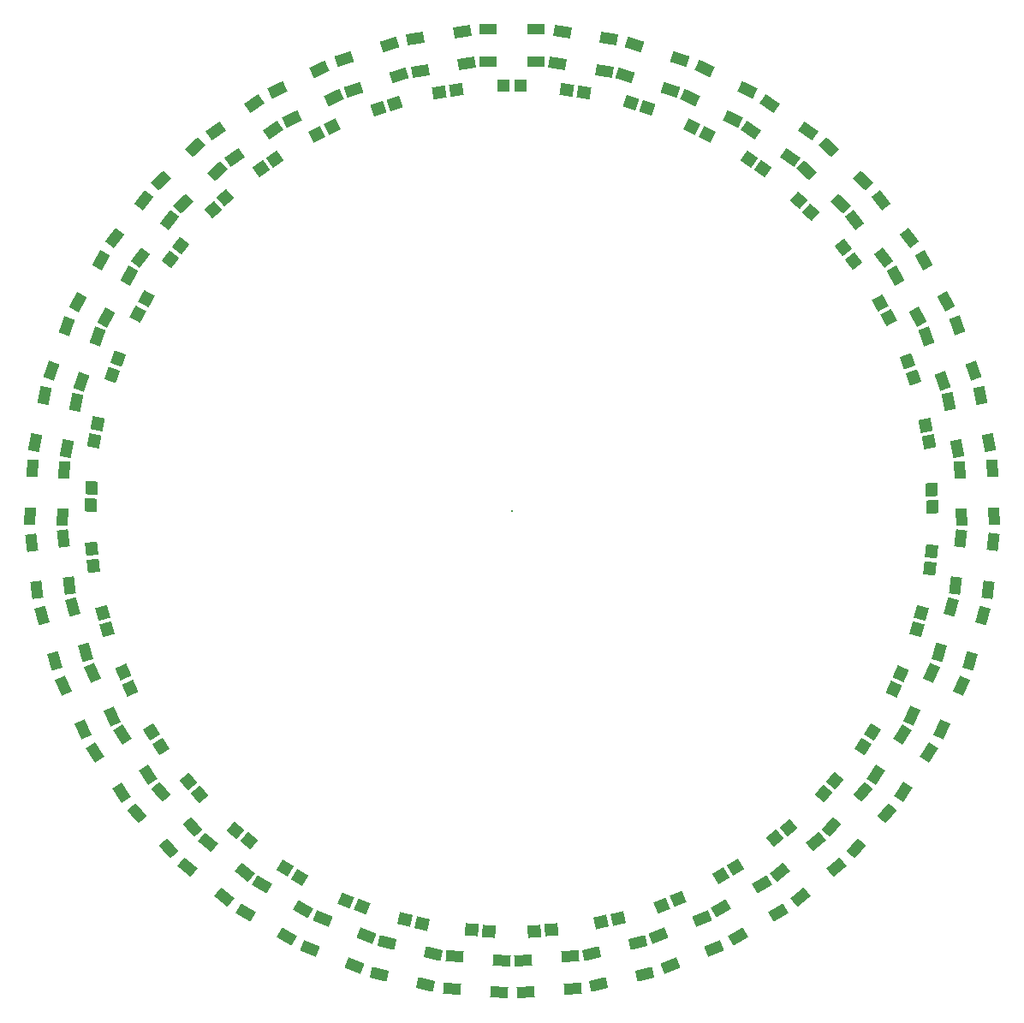
<source format=gts>
G04*
G04 #@! TF.GenerationSoftware,Altium Limited,Altium Designer,20.1.12 (249)*
G04*
G04 Layer_Color=8388736*
%FSLAX25Y25*%
%MOIN*%
G70*
G04*
G04 #@! TF.SameCoordinates,7C2EAEED-1B34-4CDB-9279-0DCC4619808E*
G04*
G04*
G04 #@! TF.FilePolarity,Negative*
G04*
G01*
G75*
G04:AMPARAMS|DCode=94|XSize=67.06mil|YSize=43.43mil|CornerRadius=0mil|HoleSize=0mil|Usage=FLASHONLY|Rotation=105.380|XOffset=0mil|YOffset=0mil|HoleType=Round|Shape=Rectangle|*
%AMROTATEDRECTD94*
4,1,4,0.02983,-0.02657,-0.01205,-0.03809,-0.02983,0.02657,0.01205,0.03809,0.02983,-0.02657,0.0*
%
%ADD94ROTATEDRECTD94*%

%ADD95R,0.06706X0.04343*%
G04:AMPARAMS|DCode=96|XSize=51.31mil|YSize=47.37mil|CornerRadius=0mil|HoleSize=0mil|Usage=FLASHONLY|Rotation=61.480|XOffset=0mil|YOffset=0mil|HoleType=Round|Shape=Rectangle|*
%AMROTATEDRECTD96*
4,1,4,0.00856,-0.03385,-0.03306,-0.01123,-0.00856,0.03385,0.03306,0.01123,0.00856,-0.03385,0.0*
%
%ADD96ROTATEDRECTD96*%

G04:AMPARAMS|DCode=97|XSize=51.31mil|YSize=47.37mil|CornerRadius=0mil|HoleSize=0mil|Usage=FLASHONLY|Rotation=70.260|XOffset=0mil|YOffset=0mil|HoleType=Round|Shape=Rectangle|*
%AMROTATEDRECTD97*
4,1,4,0.01363,-0.03215,-0.03096,-0.01615,-0.01363,0.03215,0.03096,0.01615,0.01363,-0.03215,0.0*
%
%ADD97ROTATEDRECTD97*%

G04:AMPARAMS|DCode=98|XSize=51.31mil|YSize=47.37mil|CornerRadius=0mil|HoleSize=0mil|Usage=FLASHONLY|Rotation=79.040|XOffset=0mil|YOffset=0mil|HoleType=Round|Shape=Rectangle|*
%AMROTATEDRECTD98*
4,1,4,0.01838,-0.02969,-0.02813,-0.02068,-0.01838,0.02969,0.02813,0.02068,0.01838,-0.02969,0.0*
%
%ADD98ROTATEDRECTD98*%

G04:AMPARAMS|DCode=99|XSize=51.31mil|YSize=47.37mil|CornerRadius=0mil|HoleSize=0mil|Usage=FLASHONLY|Rotation=87.820|XOffset=0mil|YOffset=0mil|HoleType=Round|Shape=Rectangle|*
%AMROTATEDRECTD99*
4,1,4,0.02269,-0.02654,-0.02464,-0.02473,-0.02269,0.02654,0.02464,0.02473,0.02269,-0.02654,0.0*
%
%ADD99ROTATEDRECTD99*%

G04:AMPARAMS|DCode=100|XSize=51.31mil|YSize=47.37mil|CornerRadius=0mil|HoleSize=0mil|Usage=FLASHONLY|Rotation=96.600|XOffset=0mil|YOffset=0mil|HoleType=Round|Shape=Rectangle|*
%AMROTATEDRECTD100*
4,1,4,0.02648,-0.02276,-0.02058,-0.02821,-0.02648,0.02276,0.02058,0.02821,0.02648,-0.02276,0.0*
%
%ADD100ROTATEDRECTD100*%

G04:AMPARAMS|DCode=101|XSize=67.06mil|YSize=43.43mil|CornerRadius=0mil|HoleSize=0mil|Usage=FLASHONLY|Rotation=61.480|XOffset=0mil|YOffset=0mil|HoleType=Round|Shape=Rectangle|*
%AMROTATEDRECTD101*
4,1,4,0.00307,-0.03983,-0.03509,-0.01909,-0.00307,0.03983,0.03509,0.01909,0.00307,-0.03983,0.0*
%
%ADD101ROTATEDRECTD101*%

G04:AMPARAMS|DCode=102|XSize=67.06mil|YSize=43.43mil|CornerRadius=0mil|HoleSize=0mil|Usage=FLASHONLY|Rotation=70.260|XOffset=0mil|YOffset=0mil|HoleType=Round|Shape=Rectangle|*
%AMROTATEDRECTD102*
4,1,4,0.00912,-0.03889,-0.03177,-0.02422,-0.00912,0.03889,0.03177,0.02422,0.00912,-0.03889,0.0*
%
%ADD102ROTATEDRECTD102*%

G04:AMPARAMS|DCode=103|XSize=67.06mil|YSize=43.43mil|CornerRadius=0mil|HoleSize=0mil|Usage=FLASHONLY|Rotation=79.040|XOffset=0mil|YOffset=0mil|HoleType=Round|Shape=Rectangle|*
%AMROTATEDRECTD103*
4,1,4,0.01495,-0.03705,-0.02770,-0.02879,-0.01495,0.03705,0.02770,0.02879,0.01495,-0.03705,0.0*
%
%ADD103ROTATEDRECTD103*%

G04:AMPARAMS|DCode=104|XSize=67.06mil|YSize=43.43mil|CornerRadius=0mil|HoleSize=0mil|Usage=FLASHONLY|Rotation=87.820|XOffset=0mil|YOffset=0mil|HoleType=Round|Shape=Rectangle|*
%AMROTATEDRECTD104*
4,1,4,0.02043,-0.03433,-0.02298,-0.03268,-0.02043,0.03433,0.02298,0.03268,0.02043,-0.03433,0.0*
%
%ADD104ROTATEDRECTD104*%

G04:AMPARAMS|DCode=105|XSize=67.06mil|YSize=43.43mil|CornerRadius=0mil|HoleSize=0mil|Usage=FLASHONLY|Rotation=96.600|XOffset=0mil|YOffset=0mil|HoleType=Round|Shape=Rectangle|*
%AMROTATEDRECTD105*
4,1,4,0.02543,-0.03081,-0.01772,-0.03580,-0.02543,0.03081,0.01772,0.03580,0.02543,-0.03081,0.0*
%
%ADD105ROTATEDRECTD105*%

G04:AMPARAMS|DCode=106|XSize=51.31mil|YSize=47.37mil|CornerRadius=0mil|HoleSize=0mil|Usage=FLASHONLY|Rotation=17.580|XOffset=0mil|YOffset=0mil|HoleType=Round|Shape=Rectangle|*
%AMROTATEDRECTD106*
4,1,4,-0.01730,-0.03033,-0.03161,0.01483,0.01730,0.03033,0.03161,-0.01483,-0.01730,-0.03033,0.0*
%
%ADD106ROTATEDRECTD106*%

G04:AMPARAMS|DCode=107|XSize=51.31mil|YSize=47.37mil|CornerRadius=0mil|HoleSize=0mil|Usage=FLASHONLY|Rotation=26.360|XOffset=0mil|YOffset=0mil|HoleType=Round|Shape=Rectangle|*
%AMROTATEDRECTD107*
4,1,4,-0.01247,-0.03261,-0.03350,0.00983,0.01247,0.03261,0.03350,-0.00983,-0.01247,-0.03261,0.0*
%
%ADD107ROTATEDRECTD107*%

G04:AMPARAMS|DCode=108|XSize=51.31mil|YSize=47.37mil|CornerRadius=0mil|HoleSize=0mil|Usage=FLASHONLY|Rotation=35.140|XOffset=0mil|YOffset=0mil|HoleType=Round|Shape=Rectangle|*
%AMROTATEDRECTD108*
4,1,4,-0.00735,-0.03413,-0.03461,0.00460,0.00735,0.03413,0.03461,-0.00460,-0.00735,-0.03413,0.0*
%
%ADD108ROTATEDRECTD108*%

G04:AMPARAMS|DCode=109|XSize=51.31mil|YSize=47.37mil|CornerRadius=0mil|HoleSize=0mil|Usage=FLASHONLY|Rotation=43.920|XOffset=0mil|YOffset=0mil|HoleType=Round|Shape=Rectangle|*
%AMROTATEDRECTD109*
4,1,4,-0.00205,-0.03485,-0.03491,-0.00073,0.00205,0.03485,0.03491,0.00073,-0.00205,-0.03485,0.0*
%
%ADD109ROTATEDRECTD109*%

G04:AMPARAMS|DCode=110|XSize=51.31mil|YSize=47.37mil|CornerRadius=0mil|HoleSize=0mil|Usage=FLASHONLY|Rotation=52.700|XOffset=0mil|YOffset=0mil|HoleType=Round|Shape=Rectangle|*
%AMROTATEDRECTD110*
4,1,4,0.00330,-0.03476,-0.03439,-0.00605,-0.00330,0.03476,0.03439,0.00605,0.00330,-0.03476,0.0*
%
%ADD110ROTATEDRECTD110*%

G04:AMPARAMS|DCode=111|XSize=67.06mil|YSize=43.43mil|CornerRadius=0mil|HoleSize=0mil|Usage=FLASHONLY|Rotation=17.580|XOffset=0mil|YOffset=0mil|HoleType=Round|Shape=Rectangle|*
%AMROTATEDRECTD111*
4,1,4,-0.02540,-0.03083,-0.03852,0.01058,0.02540,0.03083,0.03852,-0.01058,-0.02540,-0.03083,0.0*
%
%ADD111ROTATEDRECTD111*%

G04:AMPARAMS|DCode=112|XSize=67.06mil|YSize=43.43mil|CornerRadius=0mil|HoleSize=0mil|Usage=FLASHONLY|Rotation=26.360|XOffset=0mil|YOffset=0mil|HoleType=Round|Shape=Rectangle|*
%AMROTATEDRECTD112*
4,1,4,-0.02040,-0.03435,-0.03968,0.00457,0.02040,0.03435,0.03968,-0.00457,-0.02040,-0.03435,0.0*
%
%ADD112ROTATEDRECTD112*%

G04:AMPARAMS|DCode=113|XSize=67.06mil|YSize=43.43mil|CornerRadius=0mil|HoleSize=0mil|Usage=FLASHONLY|Rotation=35.140|XOffset=0mil|YOffset=0mil|HoleType=Round|Shape=Rectangle|*
%AMROTATEDRECTD113*
4,1,4,-0.01492,-0.03706,-0.03992,-0.00154,0.01492,0.03706,0.03992,0.00154,-0.01492,-0.03706,0.0*
%
%ADD113ROTATEDRECTD113*%

G04:AMPARAMS|DCode=114|XSize=67.06mil|YSize=43.43mil|CornerRadius=0mil|HoleSize=0mil|Usage=FLASHONLY|Rotation=43.920|XOffset=0mil|YOffset=0mil|HoleType=Round|Shape=Rectangle|*
%AMROTATEDRECTD114*
4,1,4,-0.00909,-0.03890,-0.03921,-0.00761,0.00909,0.03890,0.03921,0.00761,-0.00909,-0.03890,0.0*
%
%ADD114ROTATEDRECTD114*%

G04:AMPARAMS|DCode=115|XSize=67.06mil|YSize=43.43mil|CornerRadius=0mil|HoleSize=0mil|Usage=FLASHONLY|Rotation=52.700|XOffset=0mil|YOffset=0mil|HoleType=Round|Shape=Rectangle|*
%AMROTATEDRECTD115*
4,1,4,-0.00304,-0.03983,-0.03759,-0.01351,0.00304,0.03983,0.03759,0.01351,-0.00304,-0.03983,0.0*
%
%ADD115ROTATEDRECTD115*%

G04:AMPARAMS|DCode=116|XSize=51.31mil|YSize=47.37mil|CornerRadius=0mil|HoleSize=0mil|Usage=FLASHONLY|Rotation=8.800|XOffset=0mil|YOffset=0mil|HoleType=Round|Shape=Rectangle|*
%AMROTATEDRECTD116*
4,1,4,-0.02173,-0.02733,-0.02898,0.01948,0.02173,0.02733,0.02898,-0.01948,-0.02173,-0.02733,0.0*
%
%ADD116ROTATEDRECTD116*%

G04:AMPARAMS|DCode=117|XSize=67.06mil|YSize=43.43mil|CornerRadius=0mil|HoleSize=0mil|Usage=FLASHONLY|Rotation=8.800|XOffset=0mil|YOffset=0mil|HoleType=Round|Shape=Rectangle|*
%AMROTATEDRECTD117*
4,1,4,-0.02981,-0.02659,-0.03646,0.01633,0.02981,0.02659,0.03646,-0.01633,-0.02981,-0.02659,0.0*
%
%ADD117ROTATEDRECTD117*%

G04:AMPARAMS|DCode=118|XSize=67.06mil|YSize=43.43mil|CornerRadius=0mil|HoleSize=0mil|Usage=FLASHONLY|Rotation=280.980|XOffset=0mil|YOffset=0mil|HoleType=Round|Shape=Rectangle|*
%AMROTATEDRECTD118*
4,1,4,-0.02770,0.02878,0.01493,0.03705,0.02770,-0.02878,-0.01493,-0.03705,-0.02770,0.02878,0.0*
%
%ADD118ROTATEDRECTD118*%

G04:AMPARAMS|DCode=119|XSize=67.06mil|YSize=43.43mil|CornerRadius=0mil|HoleSize=0mil|Usage=FLASHONLY|Rotation=272.200|XOffset=0mil|YOffset=0mil|HoleType=Round|Shape=Rectangle|*
%AMROTATEDRECTD119*
4,1,4,-0.02299,0.03267,0.02041,0.03434,0.02299,-0.03267,-0.02041,-0.03434,-0.02299,0.03267,0.0*
%
%ADD119ROTATEDRECTD119*%

G04:AMPARAMS|DCode=120|XSize=51.31mil|YSize=47.37mil|CornerRadius=0mil|HoleSize=0mil|Usage=FLASHONLY|Rotation=324.880|XOffset=0mil|YOffset=0mil|HoleType=Round|Shape=Rectangle|*
%AMROTATEDRECTD120*
4,1,4,-0.03461,-0.00462,-0.00736,0.03413,0.03461,0.00462,0.00736,-0.03413,-0.03461,-0.00462,0.0*
%
%ADD120ROTATEDRECTD120*%

G04:AMPARAMS|DCode=121|XSize=51.31mil|YSize=47.37mil|CornerRadius=0mil|HoleSize=0mil|Usage=FLASHONLY|Rotation=333.660|XOffset=0mil|YOffset=0mil|HoleType=Round|Shape=Rectangle|*
%AMROTATEDRECTD121*
4,1,4,-0.03350,-0.00984,-0.01248,0.03261,0.03350,0.00984,0.01248,-0.03261,-0.03350,-0.00984,0.0*
%
%ADD121ROTATEDRECTD121*%

G04:AMPARAMS|DCode=122|XSize=51.31mil|YSize=47.37mil|CornerRadius=0mil|HoleSize=0mil|Usage=FLASHONLY|Rotation=342.440|XOffset=0mil|YOffset=0mil|HoleType=Round|Shape=Rectangle|*
%AMROTATEDRECTD122*
4,1,4,-0.03160,-0.01484,-0.01731,0.03032,0.03160,0.01484,0.01731,-0.03032,-0.03160,-0.01484,0.0*
%
%ADD122ROTATEDRECTD122*%

G04:AMPARAMS|DCode=123|XSize=51.31mil|YSize=47.37mil|CornerRadius=0mil|HoleSize=0mil|Usage=FLASHONLY|Rotation=351.220|XOffset=0mil|YOffset=0mil|HoleType=Round|Shape=Rectangle|*
%AMROTATEDRECTD123*
4,1,4,-0.02897,-0.01949,-0.02174,0.02732,0.02897,0.01949,0.02174,-0.02732,-0.02897,-0.01949,0.0*
%
%ADD123ROTATEDRECTD123*%

%ADD124R,0.05131X0.04737*%
G04:AMPARAMS|DCode=125|XSize=67.06mil|YSize=43.43mil|CornerRadius=0mil|HoleSize=0mil|Usage=FLASHONLY|Rotation=324.880|XOffset=0mil|YOffset=0mil|HoleType=Round|Shape=Rectangle|*
%AMROTATEDRECTD125*
4,1,4,-0.03992,0.00152,-0.01493,0.03705,0.03992,-0.00152,0.01493,-0.03705,-0.03992,0.00152,0.0*
%
%ADD125ROTATEDRECTD125*%

G04:AMPARAMS|DCode=126|XSize=67.06mil|YSize=43.43mil|CornerRadius=0mil|HoleSize=0mil|Usage=FLASHONLY|Rotation=333.660|XOffset=0mil|YOffset=0mil|HoleType=Round|Shape=Rectangle|*
%AMROTATEDRECTD126*
4,1,4,-0.03968,-0.00459,-0.02041,0.03434,0.03968,0.00459,0.02041,-0.03434,-0.03968,-0.00459,0.0*
%
%ADD126ROTATEDRECTD126*%

G04:AMPARAMS|DCode=127|XSize=67.06mil|YSize=43.43mil|CornerRadius=0mil|HoleSize=0mil|Usage=FLASHONLY|Rotation=342.440|XOffset=0mil|YOffset=0mil|HoleType=Round|Shape=Rectangle|*
%AMROTATEDRECTD127*
4,1,4,-0.03852,-0.01059,-0.02541,0.03082,0.03852,0.01059,0.02541,-0.03082,-0.03852,-0.01059,0.0*
%
%ADD127ROTATEDRECTD127*%

G04:AMPARAMS|DCode=128|XSize=67.06mil|YSize=43.43mil|CornerRadius=0mil|HoleSize=0mil|Usage=FLASHONLY|Rotation=351.220|XOffset=0mil|YOffset=0mil|HoleType=Round|Shape=Rectangle|*
%AMROTATEDRECTD128*
4,1,4,-0.03645,-0.01634,-0.02982,0.02658,0.03645,0.01634,0.02982,-0.02658,-0.03645,-0.01634,0.0*
%
%ADD128ROTATEDRECTD128*%

G04:AMPARAMS|DCode=129|XSize=51.31mil|YSize=47.37mil|CornerRadius=0mil|HoleSize=0mil|Usage=FLASHONLY|Rotation=280.980|XOffset=0mil|YOffset=0mil|HoleType=Round|Shape=Rectangle|*
%AMROTATEDRECTD129*
4,1,4,-0.02814,0.02067,0.01837,0.02970,0.02814,-0.02067,-0.01837,-0.02970,-0.02814,0.02067,0.0*
%
%ADD129ROTATEDRECTD129*%

G04:AMPARAMS|DCode=130|XSize=51.31mil|YSize=47.37mil|CornerRadius=0mil|HoleSize=0mil|Usage=FLASHONLY|Rotation=289.760|XOffset=0mil|YOffset=0mil|HoleType=Round|Shape=Rectangle|*
%AMROTATEDRECTD130*
4,1,4,-0.03096,0.01614,0.01362,0.03215,0.03096,-0.01614,-0.01362,-0.03215,-0.03096,0.01614,0.0*
%
%ADD130ROTATEDRECTD130*%

G04:AMPARAMS|DCode=131|XSize=51.31mil|YSize=47.37mil|CornerRadius=0mil|HoleSize=0mil|Usage=FLASHONLY|Rotation=298.540|XOffset=0mil|YOffset=0mil|HoleType=Round|Shape=Rectangle|*
%AMROTATEDRECTD131*
4,1,4,-0.03306,0.01122,0.00855,0.03385,0.03306,-0.01122,-0.00855,-0.03385,-0.03306,0.01122,0.0*
%
%ADD131ROTATEDRECTD131*%

G04:AMPARAMS|DCode=132|XSize=51.31mil|YSize=47.37mil|CornerRadius=0mil|HoleSize=0mil|Usage=FLASHONLY|Rotation=307.320|XOffset=0mil|YOffset=0mil|HoleType=Round|Shape=Rectangle|*
%AMROTATEDRECTD132*
4,1,4,-0.03439,0.00604,0.00328,0.03476,0.03439,-0.00604,-0.00328,-0.03476,-0.03439,0.00604,0.0*
%
%ADD132ROTATEDRECTD132*%

G04:AMPARAMS|DCode=133|XSize=51.31mil|YSize=47.37mil|CornerRadius=0mil|HoleSize=0mil|Usage=FLASHONLY|Rotation=316.100|XOffset=0mil|YOffset=0mil|HoleType=Round|Shape=Rectangle|*
%AMROTATEDRECTD133*
4,1,4,-0.03491,0.00072,-0.00206,0.03485,0.03491,-0.00072,0.00206,-0.03485,-0.03491,0.00072,0.0*
%
%ADD133ROTATEDRECTD133*%

G04:AMPARAMS|DCode=134|XSize=67.06mil|YSize=43.43mil|CornerRadius=0mil|HoleSize=0mil|Usage=FLASHONLY|Rotation=289.760|XOffset=0mil|YOffset=0mil|HoleType=Round|Shape=Rectangle|*
%AMROTATEDRECTD134*
4,1,4,-0.03177,0.02421,0.00910,0.03890,0.03177,-0.02421,-0.00910,-0.03890,-0.03177,0.02421,0.0*
%
%ADD134ROTATEDRECTD134*%

G04:AMPARAMS|DCode=135|XSize=67.06mil|YSize=43.43mil|CornerRadius=0mil|HoleSize=0mil|Usage=FLASHONLY|Rotation=298.540|XOffset=0mil|YOffset=0mil|HoleType=Round|Shape=Rectangle|*
%AMROTATEDRECTD135*
4,1,4,-0.03510,0.01908,0.00306,0.03983,0.03510,-0.01908,-0.00306,-0.03983,-0.03510,0.01908,0.0*
%
%ADD135ROTATEDRECTD135*%

G04:AMPARAMS|DCode=136|XSize=67.06mil|YSize=43.43mil|CornerRadius=0mil|HoleSize=0mil|Usage=FLASHONLY|Rotation=307.320|XOffset=0mil|YOffset=0mil|HoleType=Round|Shape=Rectangle|*
%AMROTATEDRECTD136*
4,1,4,-0.03760,0.01350,-0.00306,0.03983,0.03760,-0.01350,0.00306,-0.03983,-0.03760,0.01350,0.0*
%
%ADD136ROTATEDRECTD136*%

G04:AMPARAMS|DCode=137|XSize=67.06mil|YSize=43.43mil|CornerRadius=0mil|HoleSize=0mil|Usage=FLASHONLY|Rotation=316.100|XOffset=0mil|YOffset=0mil|HoleType=Round|Shape=Rectangle|*
%AMROTATEDRECTD137*
4,1,4,-0.03922,0.00760,-0.00910,0.03890,0.03922,-0.00760,0.00910,-0.03890,-0.03922,0.00760,0.0*
%
%ADD137ROTATEDRECTD137*%

G04:AMPARAMS|DCode=138|XSize=51.31mil|YSize=47.37mil|CornerRadius=0mil|HoleSize=0mil|Usage=FLASHONLY|Rotation=237.080|XOffset=0mil|YOffset=0mil|HoleType=Round|Shape=Rectangle|*
%AMROTATEDRECTD138*
4,1,4,-0.00594,0.03441,0.03382,0.00866,0.00594,-0.03441,-0.03382,-0.00866,-0.00594,0.03441,0.0*
%
%ADD138ROTATEDRECTD138*%

G04:AMPARAMS|DCode=139|XSize=51.31mil|YSize=47.37mil|CornerRadius=0mil|HoleSize=0mil|Usage=FLASHONLY|Rotation=245.860|XOffset=0mil|YOffset=0mil|HoleType=Round|Shape=Rectangle|*
%AMROTATEDRECTD139*
4,1,4,-0.01112,0.03310,0.03211,0.01372,0.01112,-0.03310,-0.03211,-0.01372,-0.01112,0.03310,0.0*
%
%ADD139ROTATEDRECTD139*%

G04:AMPARAMS|DCode=140|XSize=51.31mil|YSize=47.37mil|CornerRadius=0mil|HoleSize=0mil|Usage=FLASHONLY|Rotation=254.640|XOffset=0mil|YOffset=0mil|HoleType=Round|Shape=Rectangle|*
%AMROTATEDRECTD140*
4,1,4,-0.01604,0.03101,0.02963,0.01846,0.01604,-0.03101,-0.02963,-0.01846,-0.01604,0.03101,0.0*
%
%ADD140ROTATEDRECTD140*%

G04:AMPARAMS|DCode=141|XSize=51.31mil|YSize=47.37mil|CornerRadius=0mil|HoleSize=0mil|Usage=FLASHONLY|Rotation=263.420|XOffset=0mil|YOffset=0mil|HoleType=Round|Shape=Rectangle|*
%AMROTATEDRECTD141*
4,1,4,-0.02059,0.02820,0.02647,0.02277,0.02059,-0.02820,-0.02647,-0.02277,-0.02059,0.02820,0.0*
%
%ADD141ROTATEDRECTD141*%

G04:AMPARAMS|DCode=142|XSize=51.31mil|YSize=47.37mil|CornerRadius=0mil|HoleSize=0mil|Usage=FLASHONLY|Rotation=272.200|XOffset=0mil|YOffset=0mil|HoleType=Round|Shape=Rectangle|*
%AMROTATEDRECTD142*
4,1,4,-0.02465,0.02473,0.02268,0.02654,0.02465,-0.02473,-0.02268,-0.02654,-0.02465,0.02473,0.0*
%
%ADD142ROTATEDRECTD142*%

G04:AMPARAMS|DCode=143|XSize=67.06mil|YSize=43.43mil|CornerRadius=0mil|HoleSize=0mil|Usage=FLASHONLY|Rotation=237.080|XOffset=0mil|YOffset=0mil|HoleType=Round|Shape=Rectangle|*
%AMROTATEDRECTD143*
4,1,4,-0.00001,0.03995,0.03645,0.01634,0.00001,-0.03995,-0.03645,-0.01634,-0.00001,0.03995,0.0*
%
%ADD143ROTATEDRECTD143*%

G04:AMPARAMS|DCode=144|XSize=67.06mil|YSize=43.43mil|CornerRadius=0mil|HoleSize=0mil|Usage=FLASHONLY|Rotation=245.860|XOffset=0mil|YOffset=0mil|HoleType=Round|Shape=Rectangle|*
%AMROTATEDRECTD144*
4,1,4,-0.00611,0.03948,0.03353,0.02171,0.00611,-0.03948,-0.03353,-0.02171,-0.00611,0.03948,0.0*
%
%ADD144ROTATEDRECTD144*%

G04:AMPARAMS|DCode=145|XSize=67.06mil|YSize=43.43mil|CornerRadius=0mil|HoleSize=0mil|Usage=FLASHONLY|Rotation=254.640|XOffset=0mil|YOffset=0mil|HoleType=Round|Shape=Rectangle|*
%AMROTATEDRECTD145*
4,1,4,-0.01206,0.03808,0.02982,0.02658,0.01206,-0.03808,-0.02982,-0.02658,-0.01206,0.03808,0.0*
%
%ADD145ROTATEDRECTD145*%

G04:AMPARAMS|DCode=146|XSize=67.06mil|YSize=43.43mil|CornerRadius=0mil|HoleSize=0mil|Usage=FLASHONLY|Rotation=263.420|XOffset=0mil|YOffset=0mil|HoleType=Round|Shape=Rectangle|*
%AMROTATEDRECTD146*
4,1,4,-0.01773,0.03580,0.02542,0.03082,0.01773,-0.03580,-0.02542,-0.03082,-0.01773,0.03580,0.0*
%
%ADD146ROTATEDRECTD146*%

G04:AMPARAMS|DCode=147|XSize=51.31mil|YSize=47.37mil|CornerRadius=0mil|HoleSize=0mil|Usage=FLASHONLY|Rotation=193.180|XOffset=0mil|YOffset=0mil|HoleType=Round|Shape=Rectangle|*
%AMROTATEDRECTD147*
4,1,4,0.01958,0.02891,0.03038,-0.01721,-0.01958,-0.02891,-0.03038,0.01721,0.01958,0.02891,0.0*
%
%ADD147ROTATEDRECTD147*%

G04:AMPARAMS|DCode=148|XSize=51.31mil|YSize=47.37mil|CornerRadius=0mil|HoleSize=0mil|Usage=FLASHONLY|Rotation=201.960|XOffset=0mil|YOffset=0mil|HoleType=Round|Shape=Rectangle|*
%AMROTATEDRECTD148*
4,1,4,0.01494,0.03156,0.03265,-0.01237,-0.01494,-0.03156,-0.03265,0.01237,0.01494,0.03156,0.0*
%
%ADD148ROTATEDRECTD148*%

G04:AMPARAMS|DCode=149|XSize=51.31mil|YSize=47.37mil|CornerRadius=0mil|HoleSize=0mil|Usage=FLASHONLY|Rotation=210.740|XOffset=0mil|YOffset=0mil|HoleType=Round|Shape=Rectangle|*
%AMROTATEDRECTD149*
4,1,4,0.00994,0.03347,0.03416,-0.00725,-0.00994,-0.03347,-0.03416,0.00725,0.00994,0.03347,0.0*
%
%ADD149ROTATEDRECTD149*%

G04:AMPARAMS|DCode=150|XSize=51.31mil|YSize=47.37mil|CornerRadius=0mil|HoleSize=0mil|Usage=FLASHONLY|Rotation=219.520|XOffset=0mil|YOffset=0mil|HoleType=Round|Shape=Rectangle|*
%AMROTATEDRECTD150*
4,1,4,0.00472,0.03460,0.03486,-0.00195,-0.00472,-0.03460,-0.03486,0.00195,0.00472,0.03460,0.0*
%
%ADD150ROTATEDRECTD150*%

G04:AMPARAMS|DCode=151|XSize=51.31mil|YSize=47.37mil|CornerRadius=0mil|HoleSize=0mil|Usage=FLASHONLY|Rotation=228.300|XOffset=0mil|YOffset=0mil|HoleType=Round|Shape=Rectangle|*
%AMROTATEDRECTD151*
4,1,4,-0.00062,0.03491,0.03475,0.00340,0.00062,-0.03491,-0.03475,-0.00340,-0.00062,0.03491,0.0*
%
%ADD151ROTATEDRECTD151*%

G04:AMPARAMS|DCode=152|XSize=67.06mil|YSize=43.43mil|CornerRadius=0mil|HoleSize=0mil|Usage=FLASHONLY|Rotation=193.180|XOffset=0mil|YOffset=0mil|HoleType=Round|Shape=Rectangle|*
%AMROTATEDRECTD152*
4,1,4,0.02769,0.02879,0.03760,-0.01350,-0.02769,-0.02879,-0.03760,0.01350,0.02769,0.02879,0.0*
%
%ADD152ROTATEDRECTD152*%

G04:AMPARAMS|DCode=153|XSize=67.06mil|YSize=43.43mil|CornerRadius=0mil|HoleSize=0mil|Usage=FLASHONLY|Rotation=201.960|XOffset=0mil|YOffset=0mil|HoleType=Round|Shape=Rectangle|*
%AMROTATEDRECTD153*
4,1,4,0.02297,0.03268,0.03922,-0.00760,-0.02297,-0.03268,-0.03922,0.00760,0.02297,0.03268,0.0*
%
%ADD153ROTATEDRECTD153*%

G04:AMPARAMS|DCode=154|XSize=67.06mil|YSize=43.43mil|CornerRadius=0mil|HoleSize=0mil|Usage=FLASHONLY|Rotation=210.740|XOffset=0mil|YOffset=0mil|HoleType=Round|Shape=Rectangle|*
%AMROTATEDRECTD154*
4,1,4,0.01772,0.03580,0.03992,-0.00153,-0.01772,-0.03580,-0.03992,0.00153,0.01772,0.03580,0.0*
%
%ADD154ROTATEDRECTD154*%

G04:AMPARAMS|DCode=155|XSize=67.06mil|YSize=43.43mil|CornerRadius=0mil|HoleSize=0mil|Usage=FLASHONLY|Rotation=219.520|XOffset=0mil|YOffset=0mil|HoleType=Round|Shape=Rectangle|*
%AMROTATEDRECTD155*
4,1,4,0.01204,0.03809,0.03968,0.00458,-0.01204,-0.03809,-0.03968,-0.00458,0.01204,0.03809,0.0*
%
%ADD155ROTATEDRECTD155*%

G04:AMPARAMS|DCode=156|XSize=67.06mil|YSize=43.43mil|CornerRadius=0mil|HoleSize=0mil|Usage=FLASHONLY|Rotation=228.300|XOffset=0mil|YOffset=0mil|HoleType=Round|Shape=Rectangle|*
%AMROTATEDRECTD156*
4,1,4,0.00609,0.03948,0.03852,0.01059,-0.00609,-0.03948,-0.03852,-0.01059,0.00609,0.03948,0.0*
%
%ADD156ROTATEDRECTD156*%

G04:AMPARAMS|DCode=157|XSize=51.31mil|YSize=47.37mil|CornerRadius=0mil|HoleSize=0mil|Usage=FLASHONLY|Rotation=149.280|XOffset=0mil|YOffset=0mil|HoleType=Round|Shape=Rectangle|*
%AMROTATEDRECTD157*
4,1,4,0.03415,0.00726,0.00995,-0.03347,-0.03415,-0.00726,-0.00995,0.03347,0.03415,0.00726,0.0*
%
%ADD157ROTATEDRECTD157*%

G04:AMPARAMS|DCode=158|XSize=51.31mil|YSize=47.37mil|CornerRadius=0mil|HoleSize=0mil|Usage=FLASHONLY|Rotation=158.060|XOffset=0mil|YOffset=0mil|HoleType=Round|Shape=Rectangle|*
%AMROTATEDRECTD158*
4,1,4,0.03265,0.01239,0.01495,-0.03156,-0.03265,-0.01239,-0.01495,0.03156,0.03265,0.01239,0.0*
%
%ADD158ROTATEDRECTD158*%

G04:AMPARAMS|DCode=159|XSize=51.31mil|YSize=47.37mil|CornerRadius=0mil|HoleSize=0mil|Usage=FLASHONLY|Rotation=166.840|XOffset=0mil|YOffset=0mil|HoleType=Round|Shape=Rectangle|*
%AMROTATEDRECTD159*
4,1,4,0.03037,0.01722,0.01959,-0.02890,-0.03037,-0.01722,-0.01959,0.02890,0.03037,0.01722,0.0*
%
%ADD159ROTATEDRECTD159*%

G04:AMPARAMS|DCode=160|XSize=51.31mil|YSize=47.37mil|CornerRadius=0mil|HoleSize=0mil|Usage=FLASHONLY|Rotation=175.620|XOffset=0mil|YOffset=0mil|HoleType=Round|Shape=Rectangle|*
%AMROTATEDRECTD160*
4,1,4,0.02739,0.02166,0.02377,-0.02558,-0.02739,-0.02166,-0.02377,0.02558,0.02739,0.02166,0.0*
%
%ADD160ROTATEDRECTD160*%

G04:AMPARAMS|DCode=161|XSize=51.31mil|YSize=47.37mil|CornerRadius=0mil|HoleSize=0mil|Usage=FLASHONLY|Rotation=184.400|XOffset=0mil|YOffset=0mil|HoleType=Round|Shape=Rectangle|*
%AMROTATEDRECTD161*
4,1,4,0.02376,0.02558,0.02740,-0.02165,-0.02376,-0.02558,-0.02740,0.02165,0.02376,0.02558,0.0*
%
%ADD161ROTATEDRECTD161*%

G04:AMPARAMS|DCode=162|XSize=67.06mil|YSize=43.43mil|CornerRadius=0mil|HoleSize=0mil|Usage=FLASHONLY|Rotation=149.280|XOffset=0mil|YOffset=0mil|HoleType=Round|Shape=Rectangle|*
%AMROTATEDRECTD162*
4,1,4,0.03992,0.00154,0.01773,-0.03580,-0.03992,-0.00154,-0.01773,0.03580,0.03992,0.00154,0.0*
%
%ADD162ROTATEDRECTD162*%

G04:AMPARAMS|DCode=163|XSize=67.06mil|YSize=43.43mil|CornerRadius=0mil|HoleSize=0mil|Usage=FLASHONLY|Rotation=158.060|XOffset=0mil|YOffset=0mil|HoleType=Round|Shape=Rectangle|*
%AMROTATEDRECTD163*
4,1,4,0.03921,0.00762,0.02298,-0.03267,-0.03921,-0.00762,-0.02298,0.03267,0.03921,0.00762,0.0*
%
%ADD163ROTATEDRECTD163*%

G04:AMPARAMS|DCode=164|XSize=67.06mil|YSize=43.43mil|CornerRadius=0mil|HoleSize=0mil|Usage=FLASHONLY|Rotation=166.840|XOffset=0mil|YOffset=0mil|HoleType=Round|Shape=Rectangle|*
%AMROTATEDRECTD164*
4,1,4,0.03759,0.01351,0.02770,-0.02878,-0.03759,-0.01351,-0.02770,0.02878,0.03759,0.01351,0.0*
%
%ADD164ROTATEDRECTD164*%

G04:AMPARAMS|DCode=165|XSize=67.06mil|YSize=43.43mil|CornerRadius=0mil|HoleSize=0mil|Usage=FLASHONLY|Rotation=175.620|XOffset=0mil|YOffset=0mil|HoleType=Round|Shape=Rectangle|*
%AMROTATEDRECTD165*
4,1,4,0.03509,0.01909,0.03177,-0.02421,-0.03509,-0.01909,-0.03177,0.02421,0.03509,0.01909,0.0*
%
%ADD165ROTATEDRECTD165*%

G04:AMPARAMS|DCode=166|XSize=67.06mil|YSize=43.43mil|CornerRadius=0mil|HoleSize=0mil|Usage=FLASHONLY|Rotation=184.400|XOffset=0mil|YOffset=0mil|HoleType=Round|Shape=Rectangle|*
%AMROTATEDRECTD166*
4,1,4,0.03176,0.02423,0.03510,-0.01908,-0.03176,-0.02423,-0.03510,0.01908,0.03176,0.02423,0.0*
%
%ADD166ROTATEDRECTD166*%

G04:AMPARAMS|DCode=167|XSize=51.31mil|YSize=47.37mil|CornerRadius=0mil|HoleSize=0mil|Usage=FLASHONLY|Rotation=105.380|XOffset=0mil|YOffset=0mil|HoleType=Round|Shape=Rectangle|*
%AMROTATEDRECTD167*
4,1,4,0.02964,-0.01845,-0.01603,-0.03102,-0.02964,0.01845,0.01603,0.03102,0.02964,-0.01845,0.0*
%
%ADD167ROTATEDRECTD167*%

G04:AMPARAMS|DCode=168|XSize=51.31mil|YSize=47.37mil|CornerRadius=0mil|HoleSize=0mil|Usage=FLASHONLY|Rotation=114.160|XOffset=0mil|YOffset=0mil|HoleType=Round|Shape=Rectangle|*
%AMROTATEDRECTD168*
4,1,4,0.03211,-0.01371,-0.01111,-0.03310,-0.03211,0.01371,0.01111,0.03310,0.03211,-0.01371,0.0*
%
%ADD168ROTATEDRECTD168*%

G04:AMPARAMS|DCode=169|XSize=51.31mil|YSize=47.37mil|CornerRadius=0mil|HoleSize=0mil|Usage=FLASHONLY|Rotation=122.940|XOffset=0mil|YOffset=0mil|HoleType=Round|Shape=Rectangle|*
%AMROTATEDRECTD169*
4,1,4,0.03383,-0.00865,-0.00593,-0.03441,-0.03383,0.00865,0.00593,0.03441,0.03383,-0.00865,0.0*
%
%ADD169ROTATEDRECTD169*%

G04:AMPARAMS|DCode=170|XSize=51.31mil|YSize=47.37mil|CornerRadius=0mil|HoleSize=0mil|Usage=FLASHONLY|Rotation=131.720|XOffset=0mil|YOffset=0mil|HoleType=Round|Shape=Rectangle|*
%AMROTATEDRECTD170*
4,1,4,0.03475,-0.00339,-0.00061,-0.03491,-0.03475,0.00339,0.00061,0.03491,0.03475,-0.00339,0.0*
%
%ADD170ROTATEDRECTD170*%

G04:AMPARAMS|DCode=171|XSize=51.31mil|YSize=47.37mil|CornerRadius=0mil|HoleSize=0mil|Usage=FLASHONLY|Rotation=140.500|XOffset=0mil|YOffset=0mil|HoleType=Round|Shape=Rectangle|*
%AMROTATEDRECTD171*
4,1,4,0.03486,0.00196,0.00473,-0.03459,-0.03486,-0.00196,-0.00473,0.03459,0.03486,0.00196,0.0*
%
%ADD171ROTATEDRECTD171*%

G04:AMPARAMS|DCode=172|XSize=67.06mil|YSize=43.43mil|CornerRadius=0mil|HoleSize=0mil|Usage=FLASHONLY|Rotation=114.160|XOffset=0mil|YOffset=0mil|HoleType=Round|Shape=Rectangle|*
%AMROTATEDRECTD172*
4,1,4,0.03354,-0.02170,-0.00609,-0.03948,-0.03354,0.02170,0.00609,0.03948,0.03354,-0.02170,0.0*
%
%ADD172ROTATEDRECTD172*%

G04:AMPARAMS|DCode=173|XSize=67.06mil|YSize=43.43mil|CornerRadius=0mil|HoleSize=0mil|Usage=FLASHONLY|Rotation=122.940|XOffset=0mil|YOffset=0mil|HoleType=Round|Shape=Rectangle|*
%AMROTATEDRECTD173*
4,1,4,0.03646,-0.01633,0.00001,-0.03995,-0.03646,0.01633,-0.00001,0.03995,0.03646,-0.01633,0.0*
%
%ADD173ROTATEDRECTD173*%

G04:AMPARAMS|DCode=174|XSize=67.06mil|YSize=43.43mil|CornerRadius=0mil|HoleSize=0mil|Usage=FLASHONLY|Rotation=131.720|XOffset=0mil|YOffset=0mil|HoleType=Round|Shape=Rectangle|*
%AMROTATEDRECTD174*
4,1,4,0.03852,-0.01057,0.00610,-0.03948,-0.03852,0.01057,-0.00610,0.03948,0.03852,-0.01057,0.0*
%
%ADD174ROTATEDRECTD174*%

G04:AMPARAMS|DCode=175|XSize=67.06mil|YSize=43.43mil|CornerRadius=0mil|HoleSize=0mil|Usage=FLASHONLY|Rotation=140.500|XOffset=0mil|YOffset=0mil|HoleType=Round|Shape=Rectangle|*
%AMROTATEDRECTD175*
4,1,4,0.03968,-0.00457,0.01206,-0.03808,-0.03968,0.00457,-0.01206,0.03808,0.03968,-0.00457,0.0*
%
%ADD175ROTATEDRECTD175*%

%ADD176C,0.00800*%
D94*
X-178237Y-58623D02*
D03*
X-166089Y-55282D02*
D03*
X-170997Y-37441D02*
D03*
X-183144Y-40782D02*
D03*
D95*
X-9252Y187402D02*
D03*
Y174803D02*
D03*
X9252D02*
D03*
Y187402D02*
D03*
D96*
X-145598Y76560D02*
D03*
X-142402Y82440D02*
D03*
D97*
X-155630Y52850D02*
D03*
X-153370Y59150D02*
D03*
D98*
X-162636Y27215D02*
D03*
X-161364Y33785D02*
D03*
D99*
X-164127Y2156D02*
D03*
X-163873Y8844D02*
D03*
D100*
X-163115Y-21324D02*
D03*
X-163885Y-14676D02*
D03*
D101*
X-169078Y81349D02*
D03*
X-158008Y75333D02*
D03*
X-149173Y91592D02*
D03*
X-160243Y97607D02*
D03*
D102*
X-179514Y54587D02*
D03*
X-167656Y50332D02*
D03*
X-161406Y67748D02*
D03*
X-173264Y72004D02*
D03*
D103*
X-185742Y26546D02*
D03*
X-173374Y24151D02*
D03*
X-169856Y42317D02*
D03*
X-182224Y44713D02*
D03*
D104*
X-187618Y-2117D02*
D03*
X-175029Y-2596D02*
D03*
X-174325Y15895D02*
D03*
X-186914Y16374D02*
D03*
D105*
X-185096Y-30730D02*
D03*
X-172581Y-29282D02*
D03*
X-174708Y-10901D02*
D03*
X-187223Y-12349D02*
D03*
D106*
X-52190Y156489D02*
D03*
X-45810Y158511D02*
D03*
D107*
X-75999Y146514D02*
D03*
X-70002Y149486D02*
D03*
D108*
X-97737Y133074D02*
D03*
X-92263Y136926D02*
D03*
D109*
X-116411Y117179D02*
D03*
X-111590Y121821D02*
D03*
D110*
X-133028Y97838D02*
D03*
X-128972Y103162D02*
D03*
D111*
X-65422Y175855D02*
D03*
X-61617Y163845D02*
D03*
X-43977Y169434D02*
D03*
X-47782Y181444D02*
D03*
D112*
X-91498Y163808D02*
D03*
X-85904Y152520D02*
D03*
X-69324Y160735D02*
D03*
X-74918Y172024D02*
D03*
D113*
X-115430Y147922D02*
D03*
X-108178Y137620D02*
D03*
X-93047Y148270D02*
D03*
X-100298Y158572D02*
D03*
D114*
X-136656Y128569D02*
D03*
X-127917Y119495D02*
D03*
X-114588Y132330D02*
D03*
X-123327Y141405D02*
D03*
D115*
X-154680Y106203D02*
D03*
X-144658Y98569D02*
D03*
X-133445Y113288D02*
D03*
X-143466Y120923D02*
D03*
D116*
X-28307Y162988D02*
D03*
X-21693Y164012D02*
D03*
D117*
X-37813Y183780D02*
D03*
X-35886Y171330D02*
D03*
X-17599Y174161D02*
D03*
X-19527Y186611D02*
D03*
D118*
X182209Y44776D02*
D03*
X169841Y42377D02*
D03*
X173365Y24212D02*
D03*
X185733Y26611D02*
D03*
D119*
X186908Y16439D02*
D03*
X174319Y15956D02*
D03*
X175030Y-2535D02*
D03*
X187619Y-2051D02*
D03*
D120*
X92263Y136925D02*
D03*
X97737Y133075D02*
D03*
D121*
X70001Y149485D02*
D03*
X75999Y146515D02*
D03*
D122*
X46310Y159010D02*
D03*
X52691Y156990D02*
D03*
D123*
X21193Y164011D02*
D03*
X27807Y162989D02*
D03*
D124*
X-3347Y165500D02*
D03*
X3347D02*
D03*
D125*
X100243Y158607D02*
D03*
X92995Y148303D02*
D03*
X108130Y137657D02*
D03*
X115378Y147962D02*
D03*
D126*
X74858Y172050D02*
D03*
X69268Y160760D02*
D03*
X85851Y152550D02*
D03*
X91441Y163840D02*
D03*
D127*
X47719Y181460D02*
D03*
X43918Y169449D02*
D03*
X61560Y163866D02*
D03*
X65361Y175878D02*
D03*
D128*
X19462Y186618D02*
D03*
X17539Y174167D02*
D03*
X35826Y171343D02*
D03*
X37749Y183793D02*
D03*
D129*
X160863Y33285D02*
D03*
X162137Y26715D02*
D03*
D130*
X153869Y58149D02*
D03*
X156131Y51851D02*
D03*
D131*
X143401Y80940D02*
D03*
X146599Y75060D02*
D03*
D132*
X128971Y102661D02*
D03*
X133029Y97339D02*
D03*
D133*
X111589Y120820D02*
D03*
X116411Y116180D02*
D03*
D134*
X173239Y72064D02*
D03*
X161382Y67805D02*
D03*
X167638Y50390D02*
D03*
X179495Y54650D02*
D03*
D135*
X160209Y97663D02*
D03*
X149141Y91644D02*
D03*
X157982Y75388D02*
D03*
X169050Y81408D02*
D03*
D136*
X143424Y120973D02*
D03*
X133405Y113335D02*
D03*
X144623Y98620D02*
D03*
X154642Y106257D02*
D03*
D137*
X123278Y141448D02*
D03*
X114542Y132370D02*
D03*
X127875Y119539D02*
D03*
X136611Y128617D02*
D03*
D138*
X140319Y-86191D02*
D03*
X136681Y-91809D02*
D03*
D139*
X151369Y-63446D02*
D03*
X148631Y-69554D02*
D03*
D140*
X159386Y-39773D02*
D03*
X157614Y-46227D02*
D03*
D141*
X163383Y-15676D02*
D03*
X162617Y-22324D02*
D03*
D142*
X163372Y8344D02*
D03*
X163628Y1656D02*
D03*
D143*
X162339Y-94080D02*
D03*
X151763Y-87234D02*
D03*
X141707Y-102766D02*
D03*
X152282Y-109613D02*
D03*
D144*
X174797Y-68198D02*
D03*
X163300Y-63046D02*
D03*
X155733Y-79932D02*
D03*
X167229Y-85084D02*
D03*
D145*
X183158Y-40718D02*
D03*
X171010Y-37381D02*
D03*
X166109Y-55224D02*
D03*
X178257Y-58561D02*
D03*
D146*
X187227Y-12283D02*
D03*
X174712Y-10840D02*
D03*
X172591Y-29222D02*
D03*
X185107Y-30665D02*
D03*
D147*
X41258Y-158737D02*
D03*
X34742Y-160263D02*
D03*
D148*
X64604Y-151249D02*
D03*
X58396Y-153751D02*
D03*
D149*
X86876Y-138789D02*
D03*
X81124Y-142210D02*
D03*
D150*
X107581Y-123371D02*
D03*
X102418Y-127629D02*
D03*
D151*
X125726Y-105001D02*
D03*
X121274Y-109999D02*
D03*
D152*
X51738Y-180356D02*
D03*
X48865Y-168089D02*
D03*
X30849Y-172308D02*
D03*
X33721Y-184575D02*
D03*
D153*
X78661Y-170345D02*
D03*
X73950Y-158660D02*
D03*
X56789Y-165580D02*
D03*
X61500Y-177264D02*
D03*
D154*
X103741Y-156342D02*
D03*
X97301Y-145513D02*
D03*
X81397Y-154972D02*
D03*
X87837Y-165800D02*
D03*
D155*
X126390Y-138675D02*
D03*
X118373Y-128956D02*
D03*
X104099Y-140731D02*
D03*
X112116Y-150450D02*
D03*
D156*
X146076Y-117757D02*
D03*
X136669Y-109377D02*
D03*
X124360Y-123192D02*
D03*
X133766Y-131573D02*
D03*
D157*
X-82623Y-142710D02*
D03*
X-88377Y-139290D02*
D03*
D158*
X-58396Y-154250D02*
D03*
X-64604Y-151750D02*
D03*
D159*
X-35241Y-160762D02*
D03*
X-41759Y-159238D02*
D03*
D160*
X-9163Y-163756D02*
D03*
X-15837Y-163244D02*
D03*
D161*
X15337Y-163243D02*
D03*
X8663Y-163757D02*
D03*
D162*
X-87779Y-165831D02*
D03*
X-81343Y-155000D02*
D03*
X-97251Y-145547D02*
D03*
X-103686Y-156378D02*
D03*
D163*
X-61438Y-177286D02*
D03*
X-56731Y-165600D02*
D03*
X-73895Y-158686D02*
D03*
X-78602Y-170372D02*
D03*
D164*
X-33657Y-184587D02*
D03*
X-30789Y-172319D02*
D03*
X-48807Y-168106D02*
D03*
X-51675Y-180374D02*
D03*
D165*
X-5087Y-187561D02*
D03*
X-4125Y-174999D02*
D03*
X-22575Y-173586D02*
D03*
X-23537Y-186148D02*
D03*
D166*
X23602Y-186140D02*
D03*
X22635Y-173578D02*
D03*
X4186Y-174998D02*
D03*
X5153Y-187559D02*
D03*
D167*
X-157613Y-46227D02*
D03*
X-159388Y-39773D02*
D03*
D168*
X-148630Y-69053D02*
D03*
X-151370Y-62947D02*
D03*
D169*
X-136680Y-91808D02*
D03*
X-140320Y-86191D02*
D03*
D170*
X-121773Y-110498D02*
D03*
X-126227Y-105502D02*
D03*
D171*
X-102418Y-128629D02*
D03*
X-107582Y-124371D02*
D03*
D172*
X-167200Y-85142D02*
D03*
X-155705Y-79986D02*
D03*
X-163278Y-63103D02*
D03*
X-174773Y-68259D02*
D03*
D173*
X-152244Y-109666D02*
D03*
X-141671Y-102816D02*
D03*
X-151733Y-87286D02*
D03*
X-162306Y-94137D02*
D03*
D174*
X-133721Y-131620D02*
D03*
X-124317Y-123236D02*
D03*
X-136631Y-109424D02*
D03*
X-146035Y-117808D02*
D03*
D175*
X-112063Y-150489D02*
D03*
X-104049Y-140767D02*
D03*
X-118327Y-128997D02*
D03*
X-126341Y-138719D02*
D03*
D176*
X0Y0D02*
D03*
M02*

</source>
